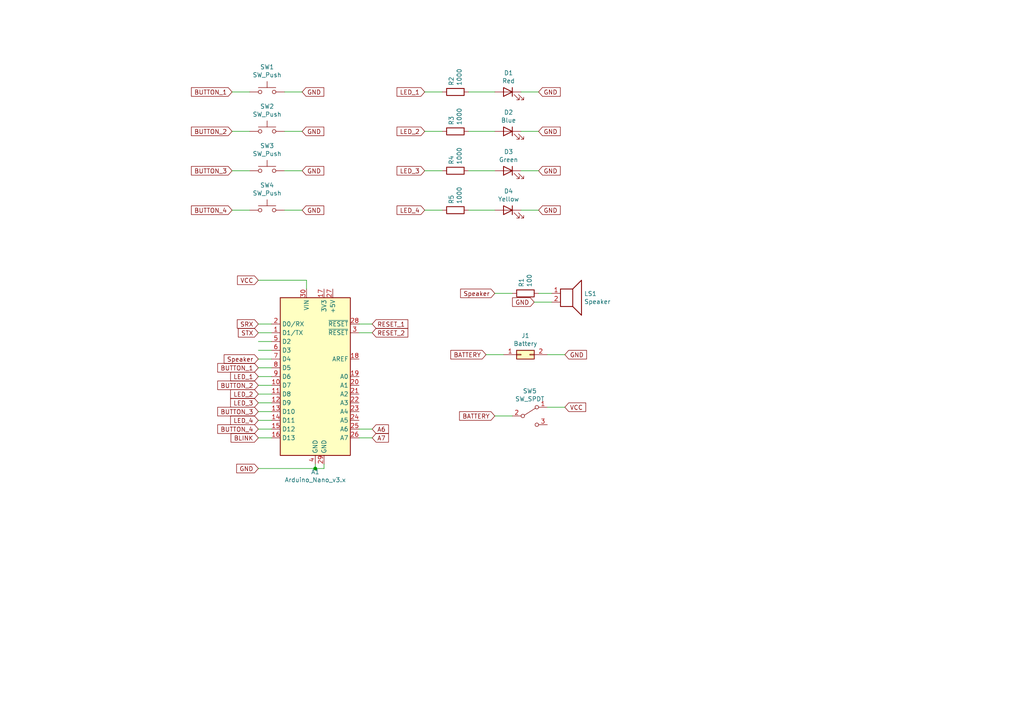
<source format=kicad_sch>
(kicad_sch (version 20201015) (generator eeschema)
  (paper "A4")
  (lib_symbols
    (symbol "Connector_Generic:Conn_02x01" (pin_names (offset 1.016) hide)
      (property "Reference" "J" (at 1.27 2.54 0))
      (property "Value" "Conn_02x01" (at 1.27 -2.54 0))
      (symbol "Conn_02x01_1_1"
        (rectangle (start -1.27 0.127) (end 0 -0.127) (stroke (width 0.1524)))
        (rectangle (start -1.27 1.27) (end 3.81 -1.27) (stroke (width 0.254)) (fill (type background)))
        (rectangle (start 3.81 0.127) (end 2.54 -0.127) (stroke (width 0.1524)))
        (pin passive line (at -5.08 0 0) (length 3.81) (name "Pin_1") (number "1"))
        (pin passive line (at 7.62 0 180) (length 3.81) (name "Pin_2") (number "2"))
      )
    )
    (symbol "Device:LED" (pin_numbers hide) (pin_names (offset 1.016) hide)
      (property "Reference" "D" (at 0 2.54 0))
      (property "Value" "LED" (at 0 -2.54 0))
      (symbol "LED_0_1"
        (polyline (pts (xy -1.27 -1.27) (xy -1.27 1.27)) (stroke (width 0.254)))
        (polyline (pts (xy -1.27 0) (xy 1.27 0)))
        (polyline (pts (xy 1.27 -1.27) (xy 1.27 1.27) (xy -1.27 0) (xy 1.27 -1.27)) (stroke (width 0.254)))
        (polyline (pts (xy -3.048 -0.762) (xy -4.572 -2.286) (xy -3.81 -2.286) (xy -4.572 -2.286) (xy -4.572 -1.524)))
        (polyline (pts (xy -1.778 -0.762) (xy -3.302 -2.286) (xy -2.54 -2.286) (xy -3.302 -2.286) (xy -3.302 -1.524)))
      )
      (symbol "LED_1_1"
        (pin passive line (at -3.81 0 0) (length 2.54) (name "K") (number "1"))
        (pin passive line (at 3.81 0 180) (length 2.54) (name "A") (number "2"))
      )
    )
    (symbol "Device:R" (pin_numbers hide) (pin_names (offset 0))
      (property "Reference" "R" (at 2.032 0 90))
      (property "Value" "R" (at 0 0 90))
      (symbol "R_0_1"
        (rectangle (start -1.016 -2.54) (end 1.016 2.54) (stroke (width 0.254)))
      )
      (symbol "R_1_1"
        (pin passive line (at 0 3.81 270) (length 1.27) (name "~") (number "1"))
        (pin passive line (at 0 -3.81 90) (length 1.27) (name "~") (number "2"))
      )
    )
    (symbol "Device:Speaker" (pin_names (offset 0) hide)
      (property "Reference" "LS" (at 1.27 5.715 0))
      (property "Value" "Speaker" (at 1.27 3.81 0))
      (symbol "Speaker_0_0"
        (rectangle (start -2.54 1.27) (end 1.016 -3.81) (stroke (width 0.254)))
        (polyline (pts (xy 1.016 1.27) (xy 3.556 3.81) (xy 3.556 -6.35) (xy 1.016 -3.81)) (stroke (width 0.254)))
      )
      (symbol "Speaker_1_1"
        (pin input line (at -5.08 0 0) (length 2.54) (name "1") (number "1"))
        (pin input line (at -5.08 -2.54 0) (length 2.54) (name "2") (number "2"))
      )
    )
    (symbol "MCU_Module:Arduino_Nano_v3.x"
      (property "Reference" "A" (at -10.16 23.495 0))
      (property "Value" "Arduino_Nano_v3.x" (at 5.08 -24.13 0))
      (symbol "Arduino_Nano_v3.x_0_1"
        (rectangle (start -10.16 22.86) (end 10.16 -22.86) (stroke (width 0.254)) (fill (type background)))
      )
      (symbol "Arduino_Nano_v3.x_1_1"
        (pin bidirectional line (at -12.7 12.7 0) (length 2.54) (name "D1/TX") (number "1"))
        (pin bidirectional line (at -12.7 -2.54 0) (length 2.54) (name "D7") (number "10"))
        (pin bidirectional line (at -12.7 -5.08 0) (length 2.54) (name "D8") (number "11"))
        (pin bidirectional line (at -12.7 -7.62 0) (length 2.54) (name "D9") (number "12"))
        (pin bidirectional line (at -12.7 -10.16 0) (length 2.54) (name "D10") (number "13"))
        (pin bidirectional line (at -12.7 -12.7 0) (length 2.54) (name "D11") (number "14"))
        (pin bidirectional line (at -12.7 -15.24 0) (length 2.54) (name "D12") (number "15"))
        (pin bidirectional line (at -12.7 -17.78 0) (length 2.54) (name "D13") (number "16"))
        (pin power_out line (at 2.54 25.4 270) (length 2.54) (name "3V3") (number "17"))
        (pin input line (at 12.7 5.08 180) (length 2.54) (name "AREF") (number "18"))
        (pin bidirectional line (at 12.7 0 180) (length 2.54) (name "A0") (number "19"))
        (pin bidirectional line (at -12.7 15.24 0) (length 2.54) (name "D0/RX") (number "2"))
        (pin bidirectional line (at 12.7 -2.54 180) (length 2.54) (name "A1") (number "20"))
        (pin bidirectional line (at 12.7 -5.08 180) (length 2.54) (name "A2") (number "21"))
        (pin bidirectional line (at 12.7 -7.62 180) (length 2.54) (name "A3") (number "22"))
        (pin bidirectional line (at 12.7 -10.16 180) (length 2.54) (name "A4") (number "23"))
        (pin bidirectional line (at 12.7 -12.7 180) (length 2.54) (name "A5") (number "24"))
        (pin bidirectional line (at 12.7 -15.24 180) (length 2.54) (name "A6") (number "25"))
        (pin bidirectional line (at 12.7 -17.78 180) (length 2.54) (name "A7") (number "26"))
        (pin power_out line (at 5.08 25.4 270) (length 2.54) (name "+5V") (number "27"))
        (pin input line (at 12.7 15.24 180) (length 2.54) (name "~RESET") (number "28"))
        (pin power_in line (at 2.54 -25.4 90) (length 2.54) (name "GND") (number "29"))
        (pin input line (at 12.7 12.7 180) (length 2.54) (name "~RESET") (number "3"))
        (pin power_in line (at -2.54 25.4 270) (length 2.54) (name "VIN") (number "30"))
        (pin power_in line (at 0 -25.4 90) (length 2.54) (name "GND") (number "4"))
        (pin bidirectional line (at -12.7 10.16 0) (length 2.54) (name "D2") (number "5"))
        (pin bidirectional line (at -12.7 7.62 0) (length 2.54) (name "D3") (number "6"))
        (pin bidirectional line (at -12.7 5.08 0) (length 2.54) (name "D4") (number "7"))
        (pin bidirectional line (at -12.7 2.54 0) (length 2.54) (name "D5") (number "8"))
        (pin bidirectional line (at -12.7 0 0) (length 2.54) (name "D6") (number "9"))
      )
    )
    (symbol "Switch:SW_Push" (pin_numbers hide) (pin_names (offset 1.016) hide)
      (property "Reference" "SW" (at 1.27 2.54 0))
      (property "Value" "SW_Push" (at 0 -1.524 0))
      (symbol "SW_Push_0_1"
        (circle (center -2.032 0) (radius 0.508))
        (circle (center 2.032 0) (radius 0.508))
        (polyline (pts (xy 0 1.27) (xy 0 3.048)))
        (polyline (pts (xy 2.54 1.27) (xy -2.54 1.27)))
        (pin passive line (at -5.08 0 0) (length 2.54) (name "1") (number "1"))
        (pin passive line (at 5.08 0 180) (length 2.54) (name "2") (number "2"))
      )
    )
    (symbol "Switch:SW_SPDT" (pin_names (offset 0) hide)
      (property "Reference" "SW" (at 0 4.318 0))
      (property "Value" "SW_SPDT" (at 0 -5.08 0))
      (symbol "SW_SPDT_0_0"
        (circle (center -2.032 0) (radius 0.508))
        (circle (center 2.032 -2.54) (radius 0.508))
      )
      (symbol "SW_SPDT_0_1"
        (circle (center 2.032 2.54) (radius 0.508))
        (polyline (pts (xy -1.524 0.254) (xy 1.651 2.286)))
      )
      (symbol "SW_SPDT_1_1"
        (pin passive line (at 5.08 2.54 180) (length 2.54) (name "A") (number "1"))
        (pin passive line (at -5.08 0 0) (length 2.54) (name "B") (number "2"))
        (pin passive line (at 5.08 -2.54 180) (length 2.54) (name "C") (number "3"))
      )
    )
  )
  (junction (at 91.44 135.89) (diameter 0.9144))
  (wire (pts (xy 67.31 26.67) (xy 72.39 26.67)))
  (wire (pts (xy 67.31 38.1) (xy 72.39 38.1)))
  (wire (pts (xy 67.31 49.53) (xy 72.39 49.53)))
  (wire (pts (xy 67.31 60.96) (xy 72.39 60.96)))
  (wire (pts (xy 74.93 81.28) (xy 88.9 81.28)))
  (wire (pts (xy 74.93 93.98) (xy 78.74 93.98)))
  (wire (pts (xy 74.93 96.52) (xy 78.74 96.52)))
  (wire (pts (xy 74.93 99.06) (xy 78.74 99.06)))
  (wire (pts (xy 74.93 101.6) (xy 78.74 101.6)))
  (wire (pts (xy 74.93 104.14) (xy 78.74 104.14)))
  (wire (pts (xy 74.93 106.68) (xy 78.74 106.68)))
  (wire (pts (xy 74.93 109.22) (xy 78.74 109.22)))
  (wire (pts (xy 74.93 111.76) (xy 78.74 111.76)))
  (wire (pts (xy 74.93 114.3) (xy 78.74 114.3)))
  (wire (pts (xy 74.93 116.84) (xy 78.74 116.84)))
  (wire (pts (xy 74.93 119.38) (xy 78.74 119.38)))
  (wire (pts (xy 74.93 121.92) (xy 78.74 121.92)))
  (wire (pts (xy 74.93 124.46) (xy 78.74 124.46)))
  (wire (pts (xy 74.93 127) (xy 78.74 127)))
  (wire (pts (xy 74.93 135.89) (xy 91.44 135.89)))
  (wire (pts (xy 87.63 26.67) (xy 82.55 26.67)))
  (wire (pts (xy 87.63 38.1) (xy 82.55 38.1)))
  (wire (pts (xy 87.63 49.53) (xy 82.55 49.53)))
  (wire (pts (xy 87.63 60.96) (xy 82.55 60.96)))
  (wire (pts (xy 88.9 81.28) (xy 88.9 83.82)))
  (wire (pts (xy 91.44 134.62) (xy 91.44 135.89)))
  (wire (pts (xy 91.44 135.89) (xy 93.98 135.89)))
  (wire (pts (xy 93.98 135.89) (xy 93.98 134.62)))
  (wire (pts (xy 107.95 93.98) (xy 104.14 93.98)))
  (wire (pts (xy 107.95 96.52) (xy 104.14 96.52)))
  (wire (pts (xy 107.95 124.46) (xy 104.14 124.46)))
  (wire (pts (xy 107.95 127) (xy 104.14 127)))
  (wire (pts (xy 123.19 26.67) (xy 128.27 26.67)))
  (wire (pts (xy 123.19 38.1) (xy 128.27 38.1)))
  (wire (pts (xy 123.19 49.53) (xy 128.27 49.53)))
  (wire (pts (xy 123.19 60.96) (xy 128.27 60.96)))
  (wire (pts (xy 135.89 26.67) (xy 143.51 26.67)))
  (wire (pts (xy 135.89 38.1) (xy 143.51 38.1)))
  (wire (pts (xy 135.89 49.53) (xy 143.51 49.53)))
  (wire (pts (xy 135.89 60.96) (xy 143.51 60.96)))
  (wire (pts (xy 140.97 102.87) (xy 146.05 102.87)))
  (wire (pts (xy 143.51 85.09) (xy 148.59 85.09)))
  (wire (pts (xy 143.51 120.65) (xy 148.59 120.65)))
  (wire (pts (xy 154.94 87.63) (xy 160.02 87.63)))
  (wire (pts (xy 156.21 26.67) (xy 151.13 26.67)))
  (wire (pts (xy 156.21 38.1) (xy 151.13 38.1)))
  (wire (pts (xy 156.21 49.53) (xy 151.13 49.53)))
  (wire (pts (xy 156.21 60.96) (xy 151.13 60.96)))
  (wire (pts (xy 156.21 85.09) (xy 160.02 85.09)))
  (wire (pts (xy 158.75 102.87) (xy 163.83 102.87)))
  (wire (pts (xy 158.75 118.11) (xy 163.83 118.11)))
  (global_label "BUTTON_1" (shape input) (at 67.31 26.67 180) (property "Intersheet References" "${INTERSHEET_REFS}" (effects hide)))
  (global_label "BUTTON_2" (shape input) (at 67.31 38.1 180) (property "Intersheet References" "${INTERSHEET_REFS}" (effects hide)))
  (global_label "BUTTON_3" (shape input) (at 67.31 49.53 180) (property "Intersheet References" "${INTERSHEET_REFS}" (effects hide)))
  (global_label "BUTTON_4" (shape input) (at 67.31 60.96 180) (property "Intersheet References" "${INTERSHEET_REFS}" (effects hide)))
  (global_label "VCC" (shape input) (at 74.93 81.28 180) (property "Intersheet References" "${INTERSHEET_REFS}" (effects hide)))
  (global_label "SRX" (shape input) (at 74.93 93.98 180) (property "Intersheet References" "${INTERSHEET_REFS}" (effects hide)))
  (global_label "STX" (shape input) (at 74.93 96.52 180) (property "Intersheet References" "${INTERSHEET_REFS}" (effects hide)))
  (global_label "Speaker" (shape input) (at 74.93 104.14 180) (property "Intersheet References" "${INTERSHEET_REFS}" (effects hide)))
  (global_label "BUTTON_1" (shape input) (at 74.93 106.68 180) (property "Intersheet References" "${INTERSHEET_REFS}" (effects hide)))
  (global_label "LED_1" (shape input) (at 74.93 109.22 180) (property "Intersheet References" "${INTERSHEET_REFS}" (effects hide)))
  (global_label "BUTTON_2" (shape input) (at 74.93 111.76 180) (property "Intersheet References" "${INTERSHEET_REFS}" (effects hide)))
  (global_label "LED_2" (shape input) (at 74.93 114.3 180) (property "Intersheet References" "${INTERSHEET_REFS}" (effects hide)))
  (global_label "LED_3" (shape input) (at 74.93 116.84 180) (property "Intersheet References" "${INTERSHEET_REFS}" (effects hide)))
  (global_label "BUTTON_3" (shape input) (at 74.93 119.38 180) (property "Intersheet References" "${INTERSHEET_REFS}" (effects hide)))
  (global_label "LED_4" (shape input) (at 74.93 121.92 180) (property "Intersheet References" "${INTERSHEET_REFS}" (effects hide)))
  (global_label "BUTTON_4" (shape input) (at 74.93 124.46 180) (property "Intersheet References" "${INTERSHEET_REFS}" (effects hide)))
  (global_label "BLINK" (shape input) (at 74.93 127 180) (property "Intersheet References" "${INTERSHEET_REFS}" (effects hide)))
  (global_label "GND" (shape input) (at 74.93 135.89 180) (property "Intersheet References" "${INTERSHEET_REFS}" (effects hide)))
  (global_label "GND" (shape input) (at 87.63 26.67 0) (property "Intersheet References" "${INTERSHEET_REFS}" (effects hide)))
  (global_label "GND" (shape input) (at 87.63 38.1 0) (property "Intersheet References" "${INTERSHEET_REFS}" (effects hide)))
  (global_label "GND" (shape input) (at 87.63 49.53 0) (property "Intersheet References" "${INTERSHEET_REFS}" (effects hide)))
  (global_label "GND" (shape input) (at 87.63 60.96 0) (property "Intersheet References" "${INTERSHEET_REFS}" (effects hide)))
  (global_label "RESET_1" (shape input) (at 107.95 93.98 0) (property "Intersheet References" "${INTERSHEET_REFS}" (effects hide)))
  (global_label "RESET_2" (shape input) (at 107.95 96.52 0) (property "Intersheet References" "${INTERSHEET_REFS}" (effects hide)))
  (global_label "A6" (shape input) (at 107.95 124.46 0) (property "Intersheet References" "${INTERSHEET_REFS}" (effects hide)))
  (global_label "A7" (shape input) (at 107.95 127 0) (property "Intersheet References" "${INTERSHEET_REFS}" (effects hide)))
  (global_label "LED_1" (shape input) (at 123.19 26.67 180) (property "Intersheet References" "${INTERSHEET_REFS}" (effects hide)))
  (global_label "LED_2" (shape input) (at 123.19 38.1 180) (property "Intersheet References" "${INTERSHEET_REFS}" (effects hide)))
  (global_label "LED_3" (shape input) (at 123.19 49.53 180) (property "Intersheet References" "${INTERSHEET_REFS}" (effects hide)))
  (global_label "LED_4" (shape input) (at 123.19 60.96 180) (property "Intersheet References" "${INTERSHEET_REFS}" (effects hide)))
  (global_label "BATTERY" (shape input) (at 140.97 102.87 180) (property "Intersheet References" "${INTERSHEET_REFS}" (effects hide)))
  (global_label "Speaker" (shape input) (at 143.51 85.09 180) (property "Intersheet References" "${INTERSHEET_REFS}" (effects hide)))
  (global_label "BATTERY" (shape input) (at 143.51 120.65 180) (property "Intersheet References" "${INTERSHEET_REFS}" (effects hide)))
  (global_label "GND" (shape input) (at 154.94 87.63 180) (property "Intersheet References" "${INTERSHEET_REFS}" (effects hide)))
  (global_label "GND" (shape input) (at 156.21 26.67 0) (property "Intersheet References" "${INTERSHEET_REFS}" (effects hide)))
  (global_label "GND" (shape input) (at 156.21 38.1 0) (property "Intersheet References" "${INTERSHEET_REFS}" (effects hide)))
  (global_label "GND" (shape input) (at 156.21 49.53 0) (property "Intersheet References" "${INTERSHEET_REFS}" (effects hide)))
  (global_label "GND" (shape input) (at 156.21 60.96 0) (property "Intersheet References" "${INTERSHEET_REFS}" (effects hide)))
  (global_label "GND" (shape input) (at 163.83 102.87 0) (property "Intersheet References" "${INTERSHEET_REFS}" (effects hide)))
  (global_label "VCC" (shape input) (at 163.83 118.11 0) (property "Intersheet References" "${INTERSHEET_REFS}" (effects hide)))
  (symbol (lib_id "Device:R") (at 132.08 26.67 90) (unit 1)
    (property "Reference" "R2" (at 130.9116 24.892 0) (effects (justify left)))
    (property "Value" "1000" (at 133.223 24.892 0) (effects (justify left)))
    (property "Footprint" "CCC-Schematic-Footprints:Schematic - Resistor 10.00mm" (effects hide))
  )
  (symbol (lib_id "Device:R") (at 132.08 38.1 90) (unit 1)
    (property "Reference" "R3" (at 130.9116 36.322 0) (effects (justify left)))
    (property "Value" "1000" (at 133.223 36.322 0) (effects (justify left)))
    (property "Footprint" "CCC-Schematic-Footprints:Schematic - Resistor 10.00mm" (effects hide))
  )
  (symbol (lib_id "Device:R") (at 132.08 49.53 90) (unit 1)
    (property "Reference" "R4" (at 130.9116 47.752 0) (effects (justify left)))
    (property "Value" "1000" (at 133.223 47.752 0) (effects (justify left)))
    (property "Footprint" "CCC-Schematic-Footprints:Schematic - Resistor 10.00mm" (effects hide))
  )
  (symbol (lib_id "Device:R") (at 132.08 60.96 90) (unit 1)
    (property "Reference" "R5" (at 130.9116 59.182 0) (effects (justify left)))
    (property "Value" "1000" (at 133.223 59.182 0) (effects (justify left)))
    (property "Footprint" "CCC-Schematic-Footprints:Schematic - Resistor 10.00mm" (effects hide))
  )
  (symbol (lib_id "Device:R") (at 152.4 85.09 90) (unit 1)
    (property "Reference" "R1" (at 151.2316 83.312 0) (effects (justify left)))
    (property "Value" "100" (at 153.543 83.312 0) (effects (justify left)))
    (property "Footprint" "CCC-Schematic-Footprints:Schematic - Resistor 10.00mm" (effects hide))
  )
  (symbol (lib_id "Device:LED") (at 147.32 26.67 0) (mirror y) (unit 1)
    (property "Reference" "D1" (at 147.4978 21.1582 0))
    (property "Value" "Red" (at 147.4978 23.4696 0))
    (property "Footprint" "CCC-Schematic-Footprints:Schematic - LED 5mm(2.56P) 003" (effects hide))
  )
  (symbol (lib_id "Device:LED") (at 147.32 38.1 0) (mirror y) (unit 1)
    (property "Reference" "D2" (at 147.4978 32.5882 0))
    (property "Value" "Blue" (at 147.4978 34.8996 0))
    (property "Footprint" "CCC-Schematic-Footprints:Schematic - LED 5mm(2.56P) 003" (effects hide))
  )
  (symbol (lib_id "Device:LED") (at 147.32 49.53 0) (mirror y) (unit 1)
    (property "Reference" "D3" (at 147.4978 44.0182 0))
    (property "Value" "Green" (at 147.4978 46.3296 0))
    (property "Footprint" "CCC-Schematic-Footprints:Schematic - LED 5mm(2.56P) 003" (effects hide))
  )
  (symbol (lib_id "Device:LED") (at 147.32 60.96 0) (mirror y) (unit 1)
    (property "Reference" "D4" (at 147.4978 55.4482 0))
    (property "Value" "Yellow" (at 147.4978 57.7596 0))
    (property "Footprint" "CCC-Schematic-Footprints:Schematic - LED 5mm(2.56P) 003" (effects hide))
  )
  (symbol (lib_id "Switch:SW_Push") (at 77.47 26.67 0) (unit 1)
    (property "Reference" "SW1" (at 77.47 19.431 0))
    (property "Value" "SW_Push" (at 77.47 21.7424 0))
    (property "Footprint" "CCC-Schematic-Footprints:Schematic_-_Button_Labeled" (effects hide))
  )
  (symbol (lib_id "Switch:SW_Push") (at 77.47 38.1 0) (unit 1)
    (property "Reference" "SW2" (at 77.47 30.861 0))
    (property "Value" "SW_Push" (at 77.47 33.1724 0))
    (property "Footprint" "CCC-Schematic-Footprints:Schematic_-_Button_Labeled" (effects hide))
  )
  (symbol (lib_id "Switch:SW_Push") (at 77.47 49.53 0) (unit 1)
    (property "Reference" "SW3" (at 77.47 42.291 0))
    (property "Value" "SW_Push" (at 77.47 44.6024 0))
    (property "Footprint" "CCC-Schematic-Footprints:Schematic_-_Button_Labeled" (effects hide))
  )
  (symbol (lib_id "Switch:SW_Push") (at 77.47 60.96 0) (unit 1)
    (property "Reference" "SW4" (at 77.47 53.721 0))
    (property "Value" "SW_Push" (at 77.47 56.0324 0))
    (property "Footprint" "CCC-Schematic-Footprints:Schematic_-_Button_Labeled" (effects hide))
  )
  (symbol (lib_id "Connector_Generic:Conn_02x01") (at 151.13 102.87 0) (unit 1)
    (property "Reference" "J1" (at 152.4 97.3582 0))
    (property "Value" "Battery" (at 152.4 99.6696 0))
    (property "Footprint" "CCC-Schematic-Footprints:9V_Battery_Terminal" (effects hide))
  )
  (symbol (lib_id "Switch:SW_SPDT") (at 153.67 120.65 0) (unit 1)
    (property "Reference" "SW5" (at 153.67 113.411 0))
    (property "Value" "SW_SPDT" (at 153.67 115.7224 0))
    (property "Footprint" "Connector_PinHeader_2.54mm:PinHeader_1x03_P2.54mm_Vertical" (effects hide))
  )
  (symbol (lib_id "Device:Speaker") (at 165.1 85.09 0) (unit 1)
    (property "Reference" "LS1" (at 169.418 85.1916 0) (effects (justify left)))
    (property "Value" "Speaker" (at 169.418 87.503 0) (effects (justify left)))
    (property "Footprint" "Buzzer_Beeper:Buzzer_12x9.5RM7.6" (effects hide))
  )
  (symbol (lib_id "MCU_Module:Arduino_Nano_v3.x") (at 91.44 109.22 0) (unit 1)
    (property "Reference" "A1" (at 91.44 136.8806 0))
    (property "Value" "Arduino_Nano_v3.x" (at 91.44 139.192 0))
    (property "Footprint" "Module:Arduino_Nano" (effects hide))
    (property "Datasheet" "http://www.mouser.com/pdfdocs/Gravitech_Arduino_Nano3_0.pdf" (effects hide))
  )
)
</source>
